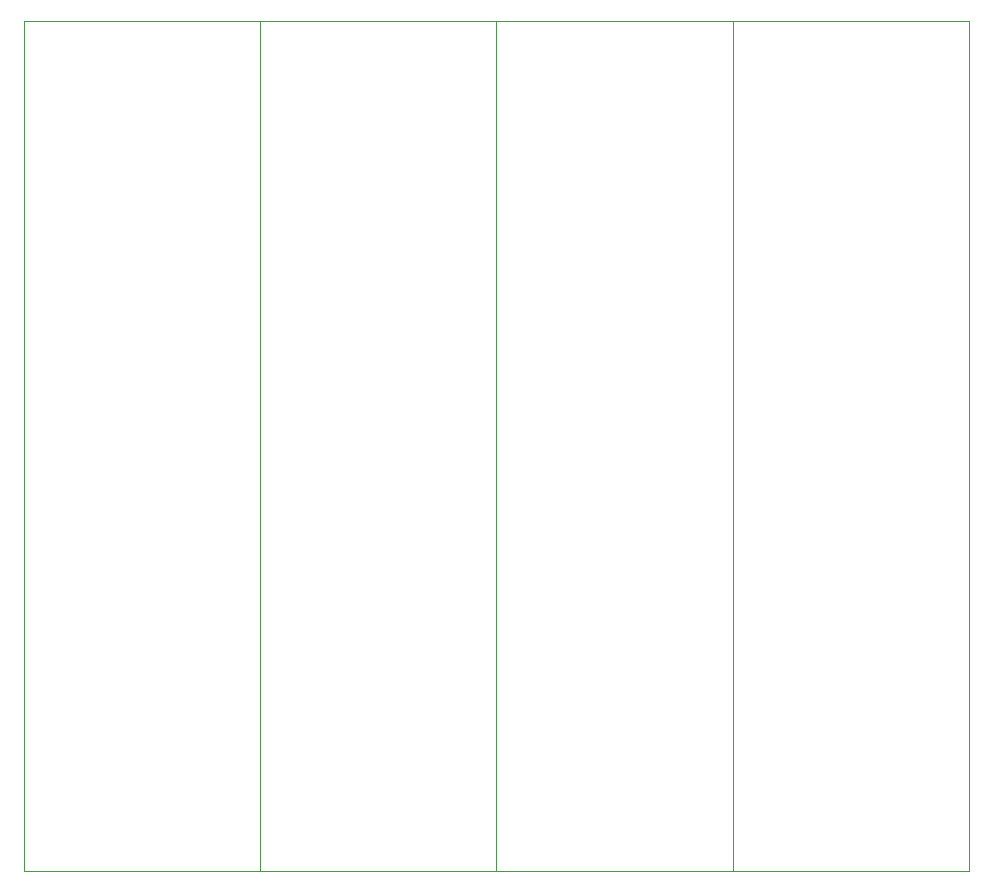
<source format=gbr>
G04 #@! TF.GenerationSoftware,KiCad,Pcbnew,5.1.5+dfsg1-2build2*
G04 #@! TF.CreationDate,2021-07-28T21:38:28-05:00*
G04 #@! TF.ProjectId,,58585858-5858-4585-9858-585858585858,rev?*
G04 #@! TF.SameCoordinates,Original*
G04 #@! TF.FileFunction,Profile,NP*
%FSLAX46Y46*%
G04 Gerber Fmt 4.6, Leading zero omitted, Abs format (unit mm)*
G04 Created by KiCad (PCBNEW 5.1.5+dfsg1-2build2) date 2021-07-28 21:38:28*
%MOMM*%
%LPD*%
G04 APERTURE LIST*
%ADD10C,0.050000*%
G04 APERTURE END LIST*
D10*
X157885000Y-39421000D02*
X157885000Y-111421000D01*
X137885000Y-39421000D02*
X137885000Y-111421000D01*
X117885000Y-39421000D02*
X117885000Y-111421000D01*
X137885000Y-111421000D02*
X157885000Y-111421000D01*
X117885000Y-111421000D02*
X137885000Y-111421000D01*
X97885000Y-111421000D02*
X117885000Y-111421000D01*
X137885000Y-39421000D02*
X137885000Y-111421000D01*
X117885000Y-39421000D02*
X117885000Y-111421000D01*
X97885000Y-39421000D02*
X97885000Y-111421000D01*
X137885000Y-39421000D02*
X157885000Y-39421000D01*
X117885000Y-39421000D02*
X137885000Y-39421000D01*
X97885000Y-39421000D02*
X117885000Y-39421000D01*
X97885000Y-39421000D02*
X97885000Y-111421000D01*
X77885000Y-39421000D02*
X77885000Y-111421000D01*
X77885000Y-111421000D02*
X97885000Y-111421000D01*
X77885000Y-39421000D02*
X97885000Y-39421000D01*
M02*

</source>
